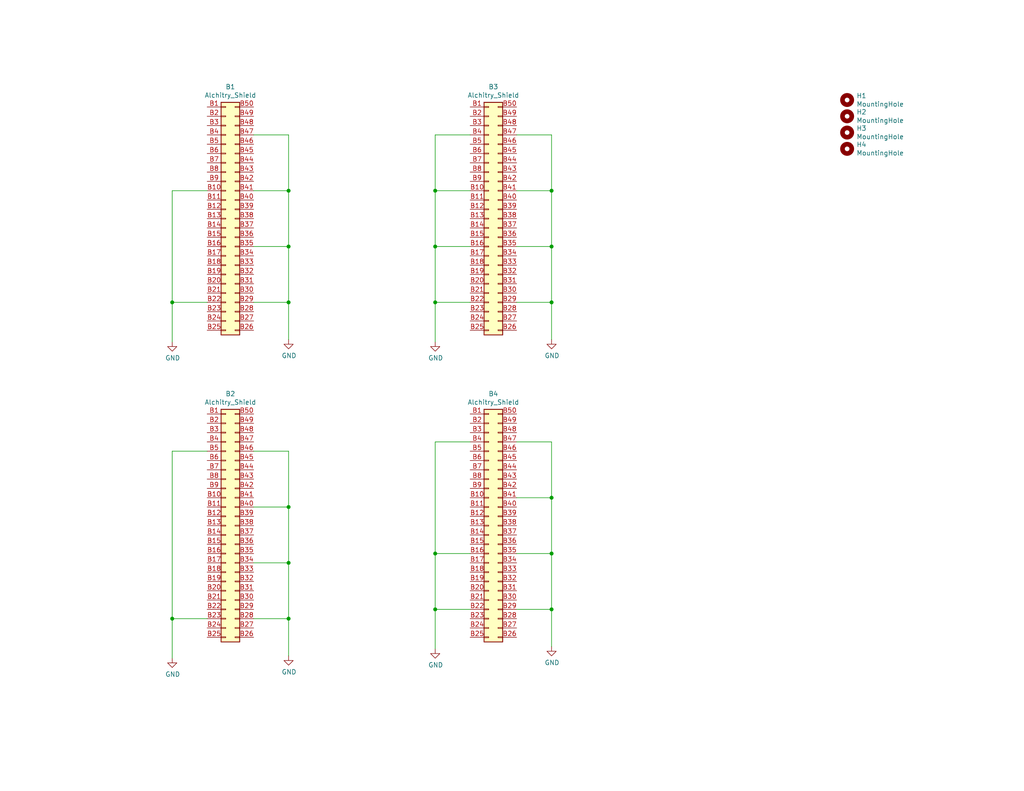
<source format=kicad_sch>
(kicad_sch (version 20211123) (generator eeschema)
  (paper "USLetter")
  (title_block (date "2019-03-06"))
  (lib_symbols
    (symbol "Alchitry_Au:Alchitry_Shield" (pin_names (offset 1.016) hide)
      (property "Reference" "B" (at 0 26.67 0))
      (property "Value" "Alchitry_Shield" (at 0 31.75 0))
      (symbol "Alchitry_Shield_0_1"
        (rectangle (start -2.54 -36.703) (end -1.27 -36.957) (stroke (width 0.1524)))
        (rectangle (start -2.54 -34.163) (end -1.27 -34.417) (stroke (width 0.1524)))
        (rectangle (start -2.54 -31.623) (end -1.27 -31.877) (stroke (width 0.1524)))
        (rectangle (start -2.54 -29.083) (end -1.27 -29.337) (stroke (width 0.1524)))
        (rectangle (start -2.54 -26.543) (end -1.27 -26.797) (stroke (width 0.1524)))
        (rectangle (start -2.54 -24.003) (end -1.27 -24.257) (stroke (width 0.1524)))
        (rectangle (start -2.54 -21.463) (end -1.27 -21.717) (stroke (width 0.1524)))
        (rectangle (start -2.54 -18.923) (end -1.27 -19.177) (stroke (width 0.1524)))
        (rectangle (start -2.54 -16.383) (end -1.27 -16.637) (stroke (width 0.1524)))
        (rectangle (start -2.54 -13.843) (end -1.27 -14.097) (stroke (width 0.1524)))
        (rectangle (start -2.54 -11.303) (end -1.27 -11.557) (stroke (width 0.1524)))
        (rectangle (start -2.54 -8.763) (end -1.27 -9.017) (stroke (width 0.1524)))
        (rectangle (start -2.54 -6.223) (end -1.27 -6.477) (stroke (width 0.1524)))
        (rectangle (start -2.54 -3.683) (end -1.27 -3.937) (stroke (width 0.1524)))
        (rectangle (start -2.54 -1.143) (end -1.27 -1.397) (stroke (width 0.1524)))
        (rectangle (start -2.54 1.397) (end -1.27 1.143) (stroke (width 0.1524)))
        (rectangle (start -2.54 3.937) (end -1.27 3.683) (stroke (width 0.1524)))
        (rectangle (start -2.54 6.477) (end -1.27 6.223) (stroke (width 0.1524)))
        (rectangle (start -2.54 9.017) (end -1.27 8.763) (stroke (width 0.1524)))
        (rectangle (start -2.54 11.557) (end -1.27 11.303) (stroke (width 0.1524)))
        (rectangle (start -2.54 14.097) (end -1.27 13.843) (stroke (width 0.1524)))
        (rectangle (start -2.54 16.637) (end -1.27 16.383) (stroke (width 0.1524)))
        (rectangle (start -2.54 19.177) (end -1.27 18.923) (stroke (width 0.1524)))
        (rectangle (start -2.54 21.717) (end -1.27 21.463) (stroke (width 0.1524)))
        (rectangle (start -2.54 24.257) (end -1.27 24.003) (stroke (width 0.1524)))
        (rectangle (start -2.54 25.4) (end 2.54 -38.1) (stroke (width 0.254)) (fill (type background)))
        (rectangle (start 2.54 -36.703) (end 1.27 -36.957) (stroke (width 0.1524)))
        (rectangle (start 2.54 -34.163) (end 1.27 -34.417) (stroke (width 0.1524)))
        (rectangle (start 2.54 -31.623) (end 1.27 -31.877) (stroke (width 0.1524)))
        (rectangle (start 2.54 -29.083) (end 1.27 -29.337) (stroke (width 0.1524)))
        (rectangle (start 2.54 -26.543) (end 1.27 -26.797) (stroke (width 0.1524)))
        (rectangle (start 2.54 -24.003) (end 1.27 -24.257) (stroke (width 0.1524)))
        (rectangle (start 2.54 -21.463) (end 1.27 -21.717) (stroke (width 0.1524)))
        (rectangle (start 2.54 -18.923) (end 1.27 -19.177) (stroke (width 0.1524)))
        (rectangle (start 2.54 -16.383) (end 1.27 -16.637) (stroke (width 0.1524)))
        (rectangle (start 2.54 -13.843) (end 1.27 -14.097) (stroke (width 0.1524)))
        (rectangle (start 2.54 -11.303) (end 1.27 -11.557) (stroke (width 0.1524)))
        (rectangle (start 2.54 -8.763) (end 1.27 -9.017) (stroke (width 0.1524)))
        (rectangle (start 2.54 -6.223) (end 1.27 -6.477) (stroke (width 0.1524)))
        (rectangle (start 2.54 -3.683) (end 1.27 -3.937) (stroke (width 0.1524)))
        (rectangle (start 2.54 -1.143) (end 1.27 -1.397) (stroke (width 0.1524)))
        (rectangle (start 2.54 1.397) (end 1.27 1.143) (stroke (width 0.1524)))
        (rectangle (start 2.54 3.937) (end 1.27 3.683) (stroke (width 0.1524)))
        (rectangle (start 2.54 6.477) (end 1.27 6.223) (stroke (width 0.1524)))
        (rectangle (start 2.54 9.017) (end 1.27 8.763) (stroke (width 0.1524)))
        (rectangle (start 2.54 11.557) (end 1.27 11.303) (stroke (width 0.1524)))
        (rectangle (start 2.54 14.097) (end 1.27 13.843) (stroke (width 0.1524)))
        (rectangle (start 2.54 16.637) (end 1.27 16.383) (stroke (width 0.1524)))
        (rectangle (start 2.54 19.177) (end 1.27 18.923) (stroke (width 0.1524)))
        (rectangle (start 2.54 21.717) (end 1.27 21.463) (stroke (width 0.1524)))
        (rectangle (start 2.54 24.257) (end 1.27 24.003) (stroke (width 0.1524)))
      )
      (symbol "Alchitry_Shield_1_1"
        (pin passive line (at -6.35 24.13 0) (length 3.81) (name "Pin_1") (number "B1"))
        (pin passive line (at -6.35 1.27 0) (length 3.81) (name "Pin_10") (number "B10"))
        (pin passive line (at -6.35 -1.27 0) (length 3.81) (name "Pin_11") (number "B11"))
        (pin passive line (at -6.35 -3.81 0) (length 3.81) (name "Pin_12") (number "B12"))
        (pin passive line (at -6.35 -6.35 0) (length 3.81) (name "Pin_13") (number "B13"))
        (pin passive line (at -6.35 -8.89 0) (length 3.81) (name "Pin_14") (number "B14"))
        (pin passive line (at -6.35 -11.43 0) (length 3.81) (name "Pin_15") (number "B15"))
        (pin passive line (at -6.35 -13.97 0) (length 3.81) (name "Pin_16") (number "B16"))
        (pin passive line (at -6.35 -16.51 0) (length 3.81) (name "Pin_17") (number "B17"))
        (pin passive line (at -6.35 -19.05 0) (length 3.81) (name "Pin_18") (number "B18"))
        (pin passive line (at -6.35 -21.59 0) (length 3.81) (name "Pin_19") (number "B19"))
        (pin passive line (at -6.35 21.59 0) (length 3.81) (name "Pin_2") (number "B2"))
        (pin passive line (at -6.35 -24.13 0) (length 3.81) (name "Pin_20") (number "B20"))
        (pin passive line (at -6.35 -26.67 0) (length 3.81) (name "Pin_21") (number "B21"))
        (pin passive line (at -6.35 -29.21 0) (length 3.81) (name "Pin_22") (number "B22"))
        (pin passive line (at -6.35 -31.75 0) (length 3.81) (name "Pin_23") (number "B23"))
        (pin passive line (at -6.35 -34.29 0) (length 3.81) (name "Pin_24") (number "B24"))
        (pin passive line (at -6.35 -36.83 0) (length 3.81) (name "Pin_25") (number "B25"))
        (pin passive line (at 6.35 -36.83 180) (length 3.81) (name "Pin_26") (number "B26"))
        (pin passive line (at 6.35 -34.29 180) (length 3.81) (name "Pin_27") (number "B27"))
        (pin passive line (at 6.35 -31.75 180) (length 3.81) (name "Pin_28") (number "B28"))
        (pin passive line (at 6.35 -29.21 180) (length 3.81) (name "Pin_29") (number "B29"))
        (pin passive line (at -6.35 19.05 0) (length 3.81) (name "Pin_3") (number "B3"))
        (pin passive line (at 6.35 -26.67 180) (length 3.81) (name "Pin_30") (number "B30"))
        (pin passive line (at 6.35 -24.13 180) (length 3.81) (name "Pin_31") (number "B31"))
        (pin passive line (at 6.35 -21.59 180) (length 3.81) (name "Pin_32") (number "B32"))
        (pin passive line (at 6.35 -19.05 180) (length 3.81) (name "Pin_33") (number "B33"))
        (pin passive line (at 6.35 -16.51 180) (length 3.81) (name "Pin_34") (number "B34"))
        (pin passive line (at 6.35 -13.97 180) (length 3.81) (name "Pin_35") (number "B35"))
        (pin passive line (at 6.35 -11.43 180) (length 3.81) (name "Pin_36") (number "B36"))
        (pin passive line (at 6.35 -8.89 180) (length 3.81) (name "Pin_37") (number "B37"))
        (pin passive line (at 6.35 -6.35 180) (length 3.81) (name "Pin_38") (number "B38"))
        (pin passive line (at 6.35 -3.81 180) (length 3.81) (name "Pin_39") (number "B39"))
        (pin passive line (at -6.35 16.51 0) (length 3.81) (name "Pin_4") (number "B4"))
        (pin passive line (at 6.35 -1.27 180) (length 3.81) (name "Pin_40") (number "B40"))
        (pin passive line (at 6.35 1.27 180) (length 3.81) (name "Pin_41") (number "B41"))
        (pin passive line (at 6.35 3.81 180) (length 3.81) (name "Pin_42") (number "B42"))
        (pin passive line (at 6.35 6.35 180) (length 3.81) (name "Pin_43") (number "B43"))
        (pin passive line (at 6.35 8.89 180) (length 3.81) (name "Pin_44") (number "B44"))
        (pin passive line (at 6.35 11.43 180) (length 3.81) (name "Pin_45") (number "B45"))
        (pin passive line (at 6.35 13.97 180) (length 3.81) (name "Pin_46") (number "B46"))
        (pin passive line (at 6.35 16.51 180) (length 3.81) (name "Pin_47") (number "B47"))
        (pin passive line (at 6.35 19.05 180) (length 3.81) (name "Pin_48") (number "B48"))
        (pin passive line (at 6.35 21.59 180) (length 3.81) (name "Pin_49") (number "B49"))
        (pin passive line (at -6.35 13.97 0) (length 3.81) (name "Pin_5") (number "B5"))
        (pin passive line (at 6.35 24.13 180) (length 3.81) (name "Pin_50") (number "B50"))
        (pin passive line (at -6.35 11.43 0) (length 3.81) (name "Pin_6") (number "B6"))
        (pin passive line (at -6.35 8.89 0) (length 3.81) (name "Pin_7") (number "B7"))
        (pin passive line (at -6.35 6.35 0) (length 3.81) (name "Pin_8") (number "B8"))
        (pin passive line (at -6.35 3.81 0) (length 3.81) (name "Pin_9") (number "B9"))
      )
    )
    (symbol "Mechanical:MountingHole" (pin_names (offset 1.016))
      (property "Reference" "H" (at 0 5.08 0))
      (property "Value" "MountingHole" (at 0 3.175 0))
      (symbol "MountingHole_0_1"
        (circle (center 0 0) (radius 1.27) (stroke (width 1.27)))
      )
    )
    (symbol "power:GND" (power) (pin_names (offset 0))
      (property "Value" "GND" (at 0 -3.81 0))
      (symbol "GND_0_1"
        (polyline (pts (xy 0 0) (xy 0 -1.27) (xy 1.27 -1.27) (xy 0 -2.54) (xy -1.27 -1.27) (xy 0 -1.27)))
      )
      (symbol "GND_1_1"
        (pin power_in line (at 0 0 270) (length 0) hide (name "GND") (number "1"))
      )
    )
  )
  (junction (at 118.745 82.55))
  (junction (at 150.495 52.07))
  (junction (at 150.495 151.13))
  (junction (at 78.74 67.31))
  (junction (at 118.745 67.31))
  (junction (at 150.495 166.37))
  (junction (at 118.745 151.13))
  (junction (at 118.745 166.37))
  (junction (at 78.74 52.07))
  (junction (at 46.99 168.91))
  (junction (at 150.495 135.89))
  (junction (at 118.745 52.07))
  (junction (at 78.74 168.91))
  (junction (at 150.495 67.31))
  (junction (at 46.99 82.55))
  (junction (at 78.74 82.55))
  (junction (at 78.74 153.67))
  (junction (at 78.74 138.43))
  (junction (at 150.495 82.55))
  (wire (pts (xy 118.745 166.37) (xy 118.745 177.165)))
  (wire (pts (xy 140.97 120.65) (xy 150.495 120.65)))
  (wire (pts (xy 118.745 151.13) (xy 118.745 166.37)))
  (wire (pts (xy 46.99 168.91) (xy 46.99 179.705)))
  (wire (pts (xy 140.97 166.37) (xy 150.495 166.37)))
  (wire (pts (xy 118.745 36.83) (xy 128.27 36.83)))
  (wire (pts (xy 140.97 151.13) (xy 150.495 151.13)))
  (wire (pts (xy 46.99 123.19) (xy 56.515 123.19)))
  (wire (pts (xy 118.745 82.55) (xy 128.27 82.55)))
  (wire (pts (xy 118.745 52.07) (xy 118.745 67.31)))
  (wire (pts (xy 69.215 82.55) (xy 78.74 82.55)))
  (wire (pts (xy 150.495 120.65) (xy 150.495 135.89)))
  (wire (pts (xy 78.74 67.31) (xy 78.74 82.55)))
  (wire (pts (xy 69.215 36.83) (xy 78.74 36.83)))
  (wire (pts (xy 46.99 168.91) (xy 56.515 168.91)))
  (wire (pts (xy 118.745 151.13) (xy 128.27 151.13)))
  (wire (pts (xy 46.99 52.07) (xy 46.99 82.55)))
  (wire (pts (xy 150.495 82.55) (xy 150.495 92.71)))
  (wire (pts (xy 78.74 168.91) (xy 78.74 179.07)))
  (wire (pts (xy 118.745 120.65) (xy 118.745 151.13)))
  (wire (pts (xy 69.215 67.31) (xy 78.74 67.31)))
  (wire (pts (xy 69.215 153.67) (xy 78.74 153.67)))
  (wire (pts (xy 150.495 166.37) (xy 150.495 176.53)))
  (wire (pts (xy 118.745 36.83) (xy 118.745 52.07)))
  (wire (pts (xy 56.515 82.55) (xy 46.99 82.55)))
  (wire (pts (xy 118.745 120.65) (xy 128.27 120.65)))
  (wire (pts (xy 118.745 166.37) (xy 128.27 166.37)))
  (wire (pts (xy 69.215 138.43) (xy 78.74 138.43)))
  (wire (pts (xy 78.74 153.67) (xy 78.74 168.91)))
  (wire (pts (xy 78.74 36.83) (xy 78.74 52.07)))
  (wire (pts (xy 150.495 67.31) (xy 150.495 82.55)))
  (wire (pts (xy 69.215 52.07) (xy 78.74 52.07)))
  (wire (pts (xy 118.745 67.31) (xy 118.745 82.55)))
  (wire (pts (xy 150.495 52.07) (xy 150.495 67.31)))
  (wire (pts (xy 140.97 52.07) (xy 150.495 52.07)))
  (wire (pts (xy 150.495 36.83) (xy 150.495 52.07)))
  (wire (pts (xy 78.74 138.43) (xy 78.74 153.67)))
  (wire (pts (xy 150.495 151.13) (xy 150.495 166.37)))
  (wire (pts (xy 150.495 135.89) (xy 150.495 151.13)))
  (wire (pts (xy 118.745 52.07) (xy 128.27 52.07)))
  (wire (pts (xy 78.74 52.07) (xy 78.74 67.31)))
  (wire (pts (xy 140.97 82.55) (xy 150.495 82.55)))
  (wire (pts (xy 78.74 82.55) (xy 78.74 92.71)))
  (wire (pts (xy 78.74 123.19) (xy 78.74 138.43)))
  (wire (pts (xy 69.215 168.91) (xy 78.74 168.91)))
  (wire (pts (xy 118.745 67.31) (xy 128.27 67.31)))
  (wire (pts (xy 118.745 82.55) (xy 118.745 93.345)))
  (wire (pts (xy 140.97 135.89) (xy 150.495 135.89)))
  (wire (pts (xy 46.99 123.19) (xy 46.99 168.91)))
  (wire (pts (xy 140.97 36.83) (xy 150.495 36.83)))
  (wire (pts (xy 69.215 123.19) (xy 78.74 123.19)))
  (wire (pts (xy 56.515 52.07) (xy 46.99 52.07)))
  (wire (pts (xy 140.97 67.31) (xy 150.495 67.31)))
  (wire (pts (xy 46.99 82.55) (xy 46.99 93.345)))
  (symbol (lib_id "Alchitry_Au:Alchitry_Shield") (at 62.865 53.34 0) (unit 1)
    (property "Reference" "B1" (at 62.865 23.6982 0))
    (property "Value" "Alchitry_Shield" (at 62.865 26.0096 0))
    (property "Footprint" "Alchitry_Au:Alchitry_Conn" (effects hide))
  )
  (symbol (lib_id "Mechanical:MountingHole") (at 231.14 27.305 0) (unit 1)
    (property "Reference" "H1" (at 233.68 26.1366 0) (effects (justify left)))
    (property "Value" "MountingHole" (at 233.68 28.448 0) (effects (justify left)))
    (property "Footprint" "Alchitry_Au:2m2ThroughHole" (effects hide))
  )
  (symbol (lib_id "Mechanical:MountingHole") (at 231.14 31.75 0) (unit 1)
    (property "Reference" "H2" (at 233.68 30.5816 0) (effects (justify left)))
    (property "Value" "MountingHole" (at 233.68 32.893 0) (effects (justify left)))
    (property "Footprint" "Alchitry_Au:2m2ThroughHole" (effects hide))
  )
  (symbol (lib_id "Mechanical:MountingHole") (at 231.14 40.64 0) (unit 1)
    (property "Reference" "H4" (at 233.68 39.4716 0) (effects (justify left)))
    (property "Value" "MountingHole" (at 233.68 41.783 0) (effects (justify left)))
    (property "Footprint" "Alchitry_Au:2m2ThroughHole" (effects hide))
  )
  (symbol (lib_id "Mechanical:MountingHole") (at 231.14 36.195 0) (unit 1)
    (property "Reference" "H3" (at 233.68 35.0266 0) (effects (justify left)))
    (property "Value" "MountingHole" (at 233.68 37.338 0) (effects (justify left)))
    (property "Footprint" "Alchitry_Au:2m2ThroughHole" (effects hide))
  )
  (symbol (lib_id "Alchitry_Au:Alchitry_Shield") (at 134.62 53.34 0) (unit 1)
    (property "Reference" "B3" (at 134.62 23.6982 0))
    (property "Value" "Alchitry_Shield" (at 134.62 26.0096 0))
    (property "Footprint" "Alchitry_Au:Alchitry_Conn" (effects hide))
  )
  (symbol (lib_id "Alchitry_Au:Alchitry_Shield") (at 62.865 137.16 0) (unit 1)
    (property "Reference" "B2" (at 62.865 107.5182 0))
    (property "Value" "Alchitry_Shield" (at 62.865 109.8296 0))
    (property "Footprint" "Alchitry_Au:Alchitry_Conn" (effects hide))
  )
  (symbol (lib_id "Alchitry_Au:Alchitry_Shield") (at 134.62 137.16 0) (unit 1)
    (property "Reference" "B4" (at 134.62 107.5182 0))
    (property "Value" "Alchitry_Shield" (at 134.62 109.8296 0))
    (property "Footprint" "Alchitry_Au:Alchitry_Conn" (effects hide))
  )
  (symbol (lib_id "power:GND") (at 46.99 93.345 0) (unit 1)
    (property "Reference" "#PWR01" (effects hide))
    (property "Value" "GND" (at 47.117 97.7392 0))
  )
  (symbol (lib_id "power:GND") (at 78.74 92.71 0) (unit 1)
    (property "Reference" "#PWR03" (effects hide))
    (property "Value" "GND" (at 78.867 97.1042 0))
  )
  (symbol (lib_id "power:GND") (at 150.495 92.71 0) (unit 1)
    (property "Reference" "#PWR07" (effects hide))
    (property "Value" "GND" (at 150.622 97.1042 0))
  )
  (symbol (lib_id "power:GND") (at 118.745 93.345 0) (unit 1)
    (property "Reference" "#PWR05" (effects hide))
    (property "Value" "GND" (at 118.872 97.7392 0))
  )
  (symbol (lib_id "power:GND") (at 150.495 176.53 0) (unit 1)
    (property "Reference" "#PWR08" (effects hide))
    (property "Value" "GND" (at 150.622 180.9242 0))
  )
  (symbol (lib_id "power:GND") (at 118.745 177.165 0) (unit 1)
    (property "Reference" "#PWR06" (effects hide))
    (property "Value" "GND" (at 118.872 181.5592 0))
  )
  (symbol (lib_id "power:GND") (at 78.74 179.07 0) (unit 1)
    (property "Reference" "#PWR04" (effects hide))
    (property "Value" "GND" (at 78.867 183.4642 0))
  )
  (symbol (lib_id "power:GND") (at 46.99 179.705 0) (unit 1)
    (property "Reference" "#PWR02" (effects hide))
    (property "Value" "GND" (at 47.117 184.0992 0))
  )
)
</source>
